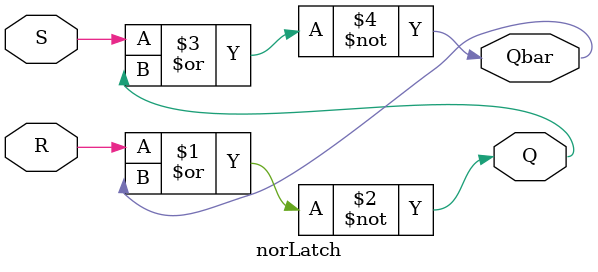
<source format=v>
module norLatch (S, R,Q, Qbar);
  input S,R;
  output Q,Qbar;

  assign Q    = ~(R | Qbar);
  assign Qbar = ~(S | Q);

endmodule


</source>
